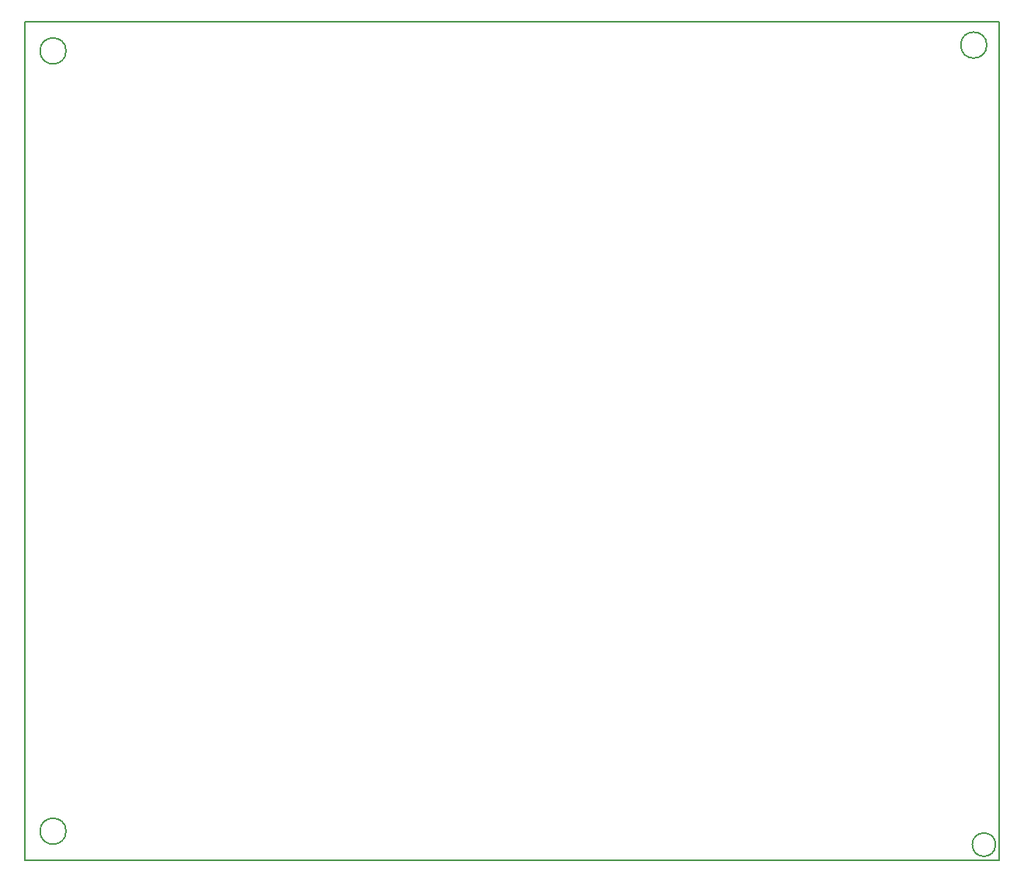
<source format=gm1>
G04 #@! TF.GenerationSoftware,KiCad,Pcbnew,5.0.0-rc1-44a33f2~62~ubuntu16.04.1*
G04 #@! TF.CreationDate,2018-05-19T12:26:42+02:00*
G04 #@! TF.ProjectId,shield2018,736869656C64323031382E6B69636164,1.0*
G04 #@! TF.SameCoordinates,Original*
G04 #@! TF.FileFunction,Profile,NP*
%FSLAX46Y46*%
G04 Gerber Fmt 4.6, Leading zero omitted, Abs format (unit mm)*
G04 Created by KiCad (PCBNEW 5.0.0-rc1-44a33f2~62~ubuntu16.04.1) date Sat May 19 12:26:42 2018*
%MOMM*%
%LPD*%
G01*
G04 APERTURE LIST*
%ADD10C,0.150000*%
%ADD11C,0.200000*%
G04 APERTURE END LIST*
D10*
X163670000Y-160850000D02*
G75*
G03X163670000Y-160850000I-1270000J0D01*
G01*
X162709903Y-73660000D02*
G75*
G03X162709903Y-73660000I-1419903J0D01*
G01*
X62379903Y-159385000D02*
G75*
G03X62379903Y-159385000I-1419903J0D01*
G01*
D11*
X62379903Y-74295000D02*
G75*
G03X62379903Y-74295000I-1419903J0D01*
G01*
D10*
X57912000Y-89408000D02*
X57912000Y-162560000D01*
X57912000Y-89408000D02*
X57912000Y-71120000D01*
X57912000Y-162560000D02*
X164084000Y-162560000D01*
X164084000Y-71120000D02*
X57912000Y-71120000D01*
X164084000Y-162560000D02*
X164084000Y-71120000D01*
M02*

</source>
